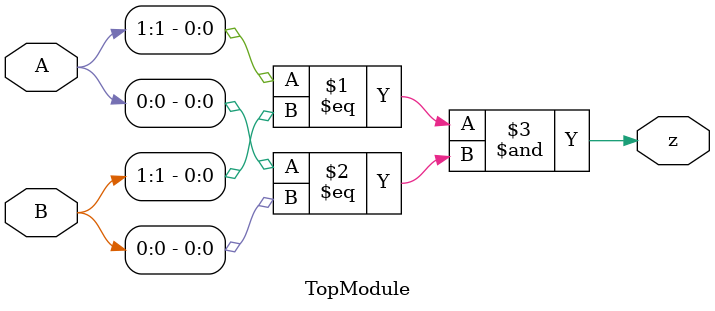
<source format=sv>

module TopModule (
  input [1:0] A,
  input [1:0] B,
  output z
);

  assign z = (A[1] == B[1]) & (A[0] == B[0]);

endmodule

// VERILOG-EVAL: errant inclusion of module definition

</source>
